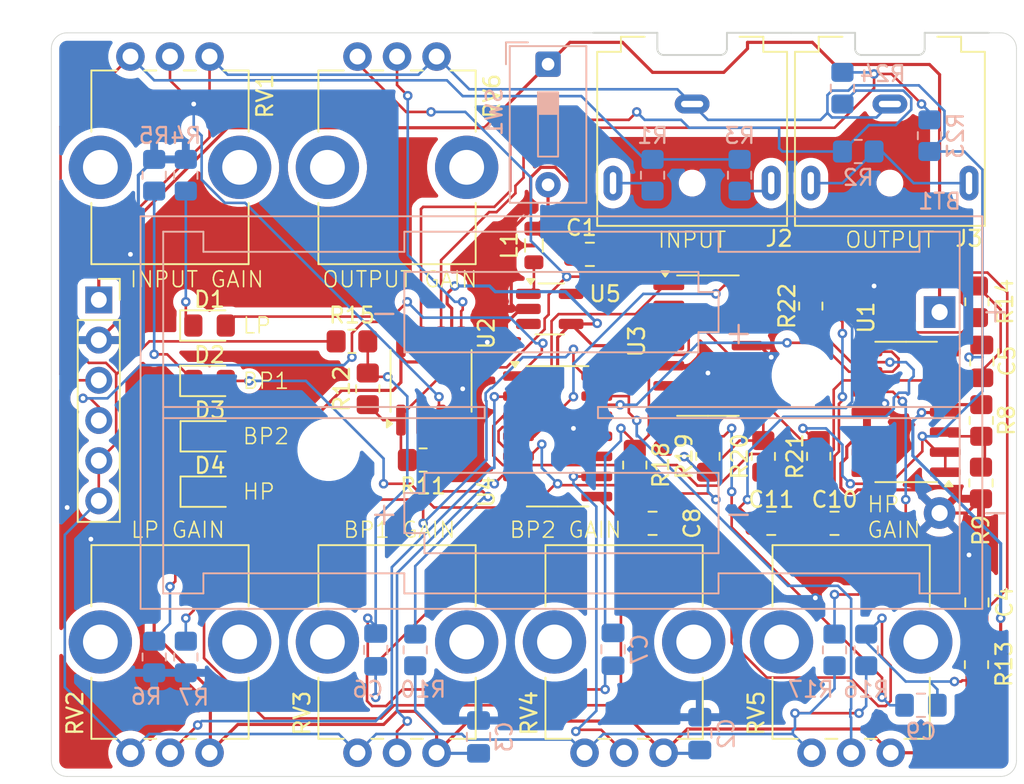
<source format=kicad_pcb>
(kicad_pcb
	(version 20241229)
	(generator "pcbnew")
	(generator_version "9.0")
	(general
		(thickness 1.6)
		(legacy_teardrops no)
	)
	(paper "A4")
	(layers
		(0 "F.Cu" signal)
		(2 "B.Cu" signal)
		(9 "F.Adhes" user "F.Adhesive")
		(11 "B.Adhes" user "B.Adhesive")
		(13 "F.Paste" user)
		(15 "B.Paste" user)
		(5 "F.SilkS" user "F.Silkscreen")
		(7 "B.SilkS" user "B.Silkscreen")
		(1 "F.Mask" user)
		(3 "B.Mask" user)
		(17 "Dwgs.User" user "User.Drawings")
		(19 "Cmts.User" user "User.Comments")
		(21 "Eco1.User" user "User.Eco1")
		(23 "Eco2.User" user "User.Eco2")
		(25 "Edge.Cuts" user)
		(27 "Margin" user)
		(31 "F.CrtYd" user "F.Courtyard")
		(29 "B.CrtYd" user "B.Courtyard")
		(35 "F.Fab" user)
		(33 "B.Fab" user)
		(39 "User.1" user)
		(41 "User.2" user)
		(43 "User.3" user)
		(45 "User.4" user)
	)
	(setup
		(stackup
			(layer "F.SilkS"
				(type "Top Silk Screen")
			)
			(layer "F.Paste"
				(type "Top Solder Paste")
			)
			(layer "F.Mask"
				(type "Top Solder Mask")
				(thickness 0.01)
			)
			(layer "F.Cu"
				(type "copper")
				(thickness 0.035)
			)
			(layer "dielectric 1"
				(type "core")
				(thickness 1.51)
				(material "FR4")
				(epsilon_r 4.5)
				(loss_tangent 0.02)
			)
			(layer "B.Cu"
				(type "copper")
				(thickness 0.035)
			)
			(layer "B.Mask"
				(type "Bottom Solder Mask")
				(thickness 0.01)
			)
			(layer "B.Paste"
				(type "Bottom Solder Paste")
			)
			(layer "B.SilkS"
				(type "Bottom Silk Screen")
			)
			(copper_finish "None")
			(dielectric_constraints no)
		)
		(pad_to_mask_clearance 0)
		(allow_soldermask_bridges_in_footprints no)
		(tenting front back)
		(aux_axis_origin 25 23.5)
		(pcbplotparams
			(layerselection 0x00000000_00000000_55555555_5755f5ff)
			(plot_on_all_layers_selection 0x00000000_00000000_00000000_00000000)
			(disableapertmacros no)
			(usegerberextensions no)
			(usegerberattributes yes)
			(usegerberadvancedattributes yes)
			(creategerberjobfile yes)
			(dashed_line_dash_ratio 12.000000)
			(dashed_line_gap_ratio 3.000000)
			(svgprecision 4)
			(plotframeref no)
			(mode 1)
			(useauxorigin no)
			(hpglpennumber 1)
			(hpglpenspeed 20)
			(hpglpendiameter 15.000000)
			(pdf_front_fp_property_popups yes)
			(pdf_back_fp_property_popups yes)
			(pdf_metadata yes)
			(pdf_single_document no)
			(dxfpolygonmode yes)
			(dxfimperialunits yes)
			(dxfusepcbnewfont yes)
			(psnegative no)
			(psa4output no)
			(plot_black_and_white yes)
			(plotinvisibletext no)
			(sketchpadsonfab no)
			(plotpadnumbers no)
			(hidednponfab no)
			(sketchdnponfab yes)
			(crossoutdnponfab yes)
			(subtractmaskfromsilk no)
			(outputformat 1)
			(mirror no)
			(drillshape 1)
			(scaleselection 1)
			(outputdirectory "")
		)
	)
	(net 0 "")
	(net 1 "GND")
	(net 2 "Net-(U1B-+)")
	(net 3 "VREF")
	(net 4 "Net-(U3A--)")
	(net 5 "Net-(U3C--)")
	(net 6 "/FILTERS/OBP1")
	(net 7 "/RAIL_GEN/VIN+")
	(net 8 "VCC")
	(net 9 "/FILTERS/IBP1")
	(net 10 "Net-(U1C-+)")
	(net 11 "/FILTERS/OBP2")
	(net 12 "Net-(C10-Pad1)")
	(net 13 "Net-(U3D--)")
	(net 14 "/LED_GAIN/OUTA")
	(net 15 "Net-(D1-K)")
	(net 16 "/LED_GAIN/OUTB")
	(net 17 "Net-(D2-K)")
	(net 18 "/LED_GAIN/OUTC")
	(net 19 "Net-(D3-K)")
	(net 20 "Net-(D4-K)")
	(net 21 "/LED_GAIN/OUTD")
	(net 22 "OUT")
	(net 23 "IN")
	(net 24 "Net-(J2-PadR)")
	(net 25 "Net-(J2-PadT)")
	(net 26 "Net-(J3-PadR)")
	(net 27 "Net-(U5-SW)")
	(net 28 "Net-(U1A-+)")
	(net 29 "/LED_GAIN/AREF")
	(net 30 "/LED_GAIN/BREF")
	(net 31 "/LED_GAIN/CREF")
	(net 32 "/LED_GAIN/DREF")
	(net 33 "Net-(U1D--)")
	(net 34 "/FILTERS/OHP")
	(net 35 "/FILTERS/OLP")
	(net 36 "Net-(U3B--)")
	(net 37 "unconnected-(U5-NC-Pad3)")
	(net 38 "unconnected-(U5-NC-Pad5)")
	(net 39 "Net-(C6-Pad1)")
	(net 40 "Net-(C8-Pad1)")
	(net 41 "Net-(C8-Pad2)")
	(net 42 "Net-(U2A--)")
	(net 43 "Net-(U2B--)")
	(net 44 "Net-(U2A-+)")
	(net 45 "Net-(U2B-+)")
	(net 46 "/VIN")
	(footprint "Connector_Audio:Jack_3.5mm_CUI_SJ1-3523N_Horizontal" (layer "F.Cu") (at 65.5 28 180))
	(footprint "LED_SMD:LED_0805_2012Metric_Pad1.15x1.40mm_HandSolder" (layer "F.Cu") (at 35.025 52.5))
	(footprint "Connector_PinSocket_2.54mm:PinSocket_1x06_P2.54mm_Vertical" (layer "F.Cu") (at 28 40.38))
	(footprint "LED_SMD:LED_0805_2012Metric_Pad1.15x1.40mm_HandSolder" (layer "F.Cu") (at 35 45.5))
	(footprint "Capacitor_SMD:C_0805_2012Metric_Pad1.18x1.45mm_HandSolder" (layer "F.Cu") (at 63 54.5 180))
	(footprint "Inductor_SMD:L_0805_2012Metric" (layer "F.Cu") (at 55.5 36.9375 90))
	(footprint "Package_SO:SOIC-14_3.9x8.7mm_P1.27mm" (layer "F.Cu") (at 57 49))
	(footprint "Package_TO_SOT_SMD:SOT-23-5_HandSoldering" (layer "F.Cu") (at 56.5 40.95))
	(footprint "Capacitor_SMD:C_0805_2012Metric_Pad1.18x1.45mm_HandSolder" (layer "F.Cu") (at 70.5 54.5 180))
	(footprint "LED_SMD:LED_0805_2012Metric_Pad1.15x1.40mm_HandSolder" (layer "F.Cu") (at 35 42))
	(footprint "Resistor_SMD:R_0805_2012Metric_Pad1.20x1.40mm_HandSolder" (layer "F.Cu") (at 48.5 50.5 180))
	(footprint "Connector_Audio:Jack_3.5mm_CUI_SJ1-3523N_Horizontal" (layer "F.Cu") (at 78 28 180))
	(footprint "Resistor_SMD:R_0805_2012Metric_Pad1.20x1.40mm_HandSolder" (layer "F.Cu") (at 83.5 40.5 90))
	(footprint "Capacitor_SMD:C_0805_2012Metric_Pad1.18x1.45mm_HandSolder" (layer "F.Cu") (at 83.5 59.5 90))
	(footprint "Resistor_SMD:R_0805_2012Metric_Pad1.20x1.40mm_HandSolder" (layer "F.Cu") (at 45 46 90))
	(footprint "Package_SO:SOIC-14_3.9x8.7mm_P1.27mm" (layer "F.Cu") (at 79.025 47.46 180))
	(footprint "Capacitor_SMD:C_0805_2012Metric_Pad1.18x1.45mm_HandSolder" (layer "F.Cu") (at 83.808728 44.265881 -90))
	(footprint "Custom:Potentiometer_Bourns_PTV09A-1_Single_Vertical" (layer "F.Cu") (at 44.35 25 -90))
	(footprint "Capacitor_SMD:C_0805_2012Metric_Pad1.18x1.45mm_HandSolder" (layer "F.Cu") (at 59.0375 37.5))
	(footprint "Resistor_SMD:R_0805_2012Metric_Pad1.20x1.40mm_HandSolder" (layer "F.Cu") (at 73 40.77 90))
	(footprint "Custom:Potentiometer_Bourns_PTV09A-1_Single_Vertical" (layer "F.Cu") (at 35 69 90))
	(footprint "Custom:Potentiometer_Bourns_PTV09A-1_Single_Vertical" (layer "F.Cu") (at 78.05 69 90))
	(footprint "Resistor_SMD:R_0805_2012Metric_Pad1.20x1.40mm_HandSolder" (layer "F.Cu") (at 70 50.27 -90))
	(footprint "Resistor_SMD:R_0805_2012Metric_Pad1.20x1.40mm_HandSolder" (layer "F.Cu") (at 66.5 50.27 -90))
	(footprint "Package_SO:SOIC-14_3.9x8.7mm_P1.27mm" (layer "F.Cu") (at 66.5 43.27))
	(footprint "Resistor_SMD:R_0805_2012Metric_Pad1.20x1.40mm_HandSolder" (layer "F.Cu") (at 83.756554 51.949585 -90))
	(footprint "Custom:Potentiometer_Bourns_PTV09A-1_Single_Vertical" (layer "F.Cu") (at 63.7 69 90))
	(footprint "Resistor_SMD:R_0805_2012Metric_Pad1.20x1.40mm_HandSolder" (layer "F.Cu") (at 44 43))
	(footprint "Capacitor_SMD:C_0805_2012Metric_Pad1.18x1.45mm_HandSolder" (layer "F.Cu") (at 74.5 54.5))
	(footprint "Resistor_SMD:R_0805_2012Metric_Pad1.20x1.40mm_HandSolder" (layer "F.Cu") (at 61.87591 50.8185 -90))
	(footprint "Potentiometer_THT:Potentiometer_Bourns_PTV09A-1_Single_Vertical" (layer "F.Cu") (at 30 25 -90))
	(footprint "LED_SMD:LED_0805_2012Metric_Pad1.15x1.40mm_HandSolder" (layer "F.Cu") (at 35.025 49))
	(footprint "Custom:Potentiometer_Bourns_PTV09A-1_Single_Vertical" (layer "F.Cu") (at 49.35 69 90))
	(footprint "Resistor_SMD:R_0805_2012Metric_Pad1.20x1.40mm_HandSolder" (layer "F.Cu") (at 73.5 50.27 -90))
	(footprint "Resistor_SMD:R_0805_2012Metric_Pad1.20x1.40mm_HandSolder"
		(layer "F.Cu")
		(uuid "ea5f78f7-08a0-407f-85a0-6cbde15528e6")
		(at 83.473393 63.430892 -90)
		(descr "Resistor SMD 0805 (2012 Metric), square (rectangular) end terminal, IPC_7351 nominal with elongated pad for handsoldering. (Body size source: IPC-SM-782 page 72, https://www.pcb-3d.com/wordpress/wp-content/uploads/ipc-sm-782a_amendment_1_and_2.pdf), generated with kicad-footprint-generator")
		(tags "resistor handsolder")
		(property "Reference" "R13"
			(at -0.031829 -1.739421 90)
			(layer "F.SilkS")
			(uuid "a663c76b-8f09-4f1a-b1c6-5f97263b5a77")
			(effects
				(font
					(size 1 1)
					(thickness 0.15)
				)
			)
		)
		(property "Value" "3.3k"
			(at 0 1.65 90)
			(layer "F.Fab")
			(uuid "f74fe375-7144-46ea-a146-beeb76750d5f")
			(effects
				(font
					(size 1 1)
					(thickness 0.15)
				)
			)
		)
		(property "Datasheet" ""
			(at 0 0 270)
			(unlocked yes)
			(layer "F.Fab")
			(hide yes)
			(uuid "7130663a-00dd-4796-858b-8e954291fbfe")
			(effects
				(font
					(size 1.27 1.27)
					(thickness 0.15)
				)
			)
		)
		(property "Description" "Resistor, US symbol"
			(at 0 0 270)
			(unlocked yes)
			(layer "F.Fab")
			(hide yes)
			(uuid "07d94c3d-7822-4e32-8208-118ddc9c41f7")
			(effects
				(font
					(size 1.27 1.27)
					(thickness 0.15)
				)
			)
		)
		(property ki_fp_filters "R_*")
		(path "/471db3e4-e213-4827-95bb-9215dfa99989/8938acf2-2f86-45e6-b70d-0871765f9a54")
		(sheetname "/FILTERS/")
		(sheetfile "filters.kicad_sch")
		(attr smd)
		(fp_line
			(start -0.227064 0.735)
			(end 0.227064 0.735)
			(stroke
				(width 0.12)
				(type solid)
			)
			(layer "F.SilkS")
			(uuid "521a9a13-7c3a-47ad-9832-24fa99648727")
		)
		(fp_line
			(start -0.227064 -0.735)
			(end 0.227064 -0.735)
			(stroke
				(width 0.12)
				(type solid)
			)
			(layer "F.SilkS")
			(uuid "feb7c8b8-9988-4815-884f-e2e2cbdbb641")
		)
		(fp_line
			(start -1.85 0.95)
			(end -1.85 -0.95)
			(stroke
				(width 0.05)
				(type solid)
			)
			(layer "F.CrtYd")
			(uuid "c00c2114-662a-4183-a16c-011597fc09a2")
		)
		(fp_line
			(start 1.85 0.95)
			(end -1.85 0.95)
			(stroke
				(width 0.05)
				(type solid)
			)
			(layer "F.CrtYd")
			(uuid "0576c352-4c4c-4476-970d-9128583244c9")
		)
		(fp_line
			(start -1.85 -0.95)
			(end 1.85 -0.95)
			(stroke
				(width 0.05)
				(type solid)
			)
			(layer "F.CrtYd")
			(uuid "9444c9fb-9036-47d7-bc8b-3a774e76a340")
		)
		(fp_line
			(start 1.85 -0.95)
			(end 1.85 0.9
... [409551 chars truncated]
</source>
